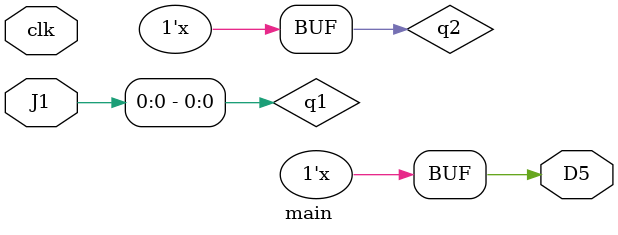
<source format=v>
module main ( input clk, input [3:0] J1, output D5 );

reg q1, q2;

always @(*) 
  begin
     q1 <= J1[0];
     q2 <= q1; // q2 gets the old value of q1
  end

assign D5 = q2;

endmodule

</source>
